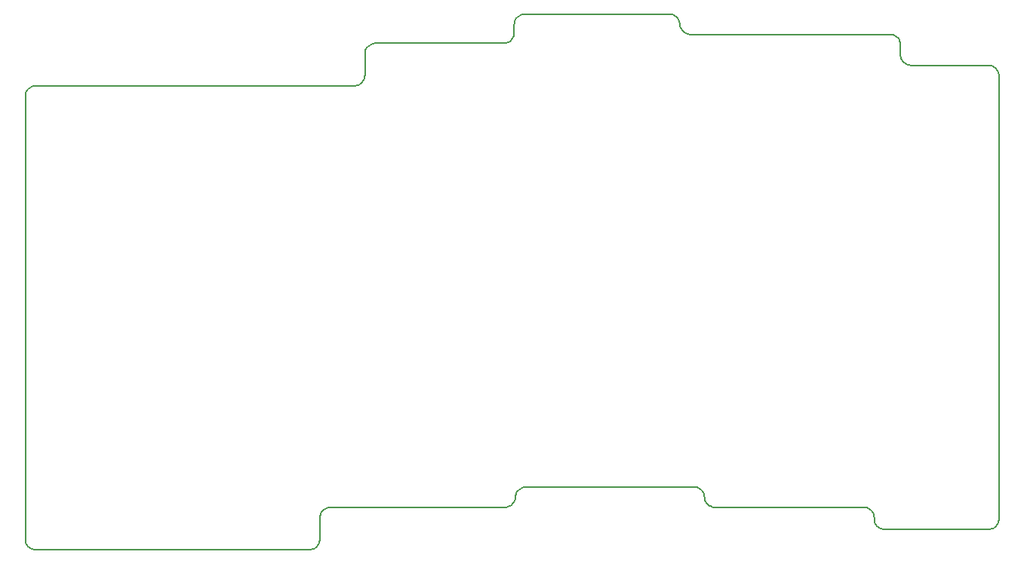
<source format=gbr>
G04 #@! TF.GenerationSoftware,KiCad,Pcbnew,(5.1.0)-1*
G04 #@! TF.CreationDate,2020-01-19T23:14:33+11:00*
G04 #@! TF.ProjectId,oddball,6f646462-616c-46c2-9e6b-696361645f70,rev?*
G04 #@! TF.SameCoordinates,Original*
G04 #@! TF.FileFunction,Profile,NP*
%FSLAX46Y46*%
G04 Gerber Fmt 4.6, Leading zero omitted, Abs format (unit mm)*
G04 Created by KiCad (PCBNEW (5.1.0)-1) date 2020-01-19 23:14:33*
%MOMM*%
%LPD*%
G04 APERTURE LIST*
%ADD10C,0.200000*%
G04 APERTURE END LIST*
D10*
X128514900Y-110551880D02*
X128503100Y-110670680D01*
X129707500Y-109431900D02*
X129905000Y-109428900D01*
X127541400Y-111694750D02*
X127090000Y-111695000D01*
X127957800Y-111529880D02*
X128079200Y-111441680D01*
X128364700Y-111096600D02*
X128428600Y-110960810D01*
X127826300Y-111602190D02*
X127957800Y-111529880D01*
X127686800Y-111657420D02*
X127826300Y-111602190D01*
X128079200Y-111441680D02*
X128188600Y-111338940D01*
X127541400Y-111694750D02*
X127686800Y-111657420D01*
X128428600Y-110960810D02*
X128474900Y-110818100D01*
X128188600Y-111338940D02*
X128284299Y-111223310D01*
X128474900Y-110818100D02*
X128503100Y-110670680D01*
X128284299Y-111223310D02*
X128364700Y-111096600D01*
X129131800Y-109579700D02*
X129267599Y-109515800D01*
X128571000Y-110257640D02*
X128626200Y-110118100D01*
X128533700Y-110403000D02*
X128571000Y-110257640D01*
X128698500Y-109986600D02*
X128786700Y-109865200D01*
X129410300Y-109469500D02*
X129557700Y-109441300D01*
X129005099Y-109660100D02*
X129131800Y-109579700D01*
X128626200Y-110118100D02*
X128698500Y-109986600D01*
X128786700Y-109865200D02*
X128889500Y-109755800D01*
X128889500Y-109755800D02*
X129005099Y-109660100D01*
X129267599Y-109515800D02*
X129410300Y-109469500D01*
X129557700Y-109441300D02*
X129707500Y-109431900D01*
X128514900Y-110551880D02*
X128533700Y-110403000D01*
X129905000Y-109428900D02*
X148530000Y-109428900D01*
X107770000Y-111712510D02*
X127090000Y-111695000D01*
X148085000Y-58610100D02*
X148260000Y-58610100D01*
X145445000Y-56328900D02*
X145845000Y-56328900D01*
X129505000Y-56328900D02*
X129905000Y-56328900D01*
X127090000Y-59612500D02*
X127190000Y-59612500D01*
X146955500Y-57371700D02*
X147002500Y-57714700D01*
X146955500Y-57371700D02*
X146927400Y-57224300D01*
X147288900Y-58235500D02*
X147193200Y-58119900D01*
X147193200Y-58119900D02*
X147112800Y-57993200D01*
X147112800Y-57993200D02*
X147048900Y-57857400D01*
X148085000Y-58610100D02*
X147936100Y-58591300D01*
X147936100Y-58591300D02*
X147790699Y-58554000D01*
X147519700Y-58426500D02*
X147398300Y-58338300D01*
X147398300Y-58338300D02*
X147288900Y-58235500D01*
X147790699Y-58554000D02*
X147651199Y-58498800D01*
X147651199Y-58498800D02*
X147519700Y-58426500D01*
X147048900Y-57857400D02*
X147002500Y-57714700D01*
X146531700Y-56600800D02*
X146410300Y-56512600D01*
X146139199Y-56385000D02*
X145993900Y-56347700D01*
X146927400Y-57224300D02*
X146881000Y-57081600D01*
X146278800Y-56440200D02*
X146139199Y-56385000D01*
X145993900Y-56347700D02*
X145845000Y-56328900D01*
X146881000Y-57081600D02*
X146817199Y-56945800D01*
X146410300Y-56512600D02*
X146278800Y-56440200D01*
X146736700Y-56819100D02*
X146641100Y-56703500D01*
X146817199Y-56945800D02*
X146736700Y-56819100D01*
X146641100Y-56703500D02*
X146531700Y-56600800D01*
X73753230Y-115980410D02*
X73848890Y-116096040D01*
X73525010Y-65572000D02*
X73525010Y-115278020D01*
X74496090Y-64398200D02*
X74350740Y-64435499D01*
X74350740Y-64435499D02*
X74211200Y-64490700D01*
X74211200Y-116359280D02*
X74350740Y-116414520D01*
X73848890Y-116096040D02*
X73958280Y-116198780D01*
X74079700Y-64563000D02*
X73958280Y-64651200D01*
X73525010Y-115278020D02*
X73534440Y-115427780D01*
X74211200Y-64490700D02*
X74079700Y-64563000D01*
X74644970Y-64379400D02*
X74496090Y-64398200D01*
X73534440Y-65422200D02*
X73525010Y-65572000D01*
X73672820Y-64996299D02*
X73608930Y-65132100D01*
X73534440Y-115427780D02*
X73562550Y-115575200D01*
X73608930Y-115717910D02*
X73672820Y-115853700D01*
X73672820Y-115853700D02*
X73753230Y-115980410D01*
X73958280Y-64651200D02*
X73848890Y-64753999D01*
X73958280Y-116198780D02*
X74079700Y-116286970D01*
X73608930Y-65132100D02*
X73562550Y-65274800D01*
X74350740Y-116414520D02*
X74496090Y-116451840D01*
X74079700Y-116286970D02*
X74211200Y-116359280D01*
X74496090Y-116451840D02*
X74644970Y-116470640D01*
X73848890Y-64753999D02*
X73753230Y-64869599D01*
X73753230Y-64869599D02*
X73672820Y-64996299D01*
X73562550Y-65274800D02*
X73534440Y-65422200D01*
X73562550Y-115575200D02*
X73608930Y-115717910D01*
X168784400Y-113141780D02*
X168812500Y-113289200D01*
X169003200Y-113694410D02*
X169098900Y-113810040D01*
X169098900Y-113810040D02*
X169208300Y-113912780D01*
X149953199Y-111217910D02*
X150048900Y-111333540D01*
X150550700Y-111652020D02*
X150696100Y-111689350D01*
X168922800Y-113567700D02*
X169003200Y-113694410D01*
X169208300Y-113912780D02*
X169329700Y-114000980D01*
X169461200Y-114073290D02*
X169600700Y-114128520D01*
X168775000Y-112992020D02*
X168784400Y-113141780D01*
X168812500Y-113289200D02*
X168858900Y-113431920D01*
X169600700Y-114128520D02*
X169746100Y-114165850D01*
X169746100Y-114165850D02*
X169894999Y-114184650D01*
X149872799Y-111091200D02*
X149953199Y-111217910D01*
X168858900Y-113431920D02*
X168922800Y-113567700D01*
X169894999Y-114184650D02*
X181655000Y-114184650D01*
X181655000Y-114184650D02*
X181804000Y-114165850D01*
X150411200Y-111596790D02*
X150550700Y-111652020D01*
X169329700Y-114000980D02*
X169461200Y-114073290D01*
X149762500Y-110812700D02*
X149808900Y-110955410D01*
X149734400Y-110665280D02*
X149762500Y-110812700D01*
X149808900Y-110955410D02*
X149872799Y-111091200D01*
X150158300Y-111436280D02*
X150279700Y-111524480D01*
X150279700Y-111524480D02*
X150411200Y-111596790D01*
X150696100Y-111689350D02*
X150845000Y-111708150D01*
X150048900Y-111333540D02*
X150158300Y-111436280D01*
X182775000Y-63286000D02*
X182766000Y-63136200D01*
X182451000Y-113810040D02*
X182547000Y-113694410D01*
X182766000Y-113141780D02*
X182775000Y-112992020D01*
X182691000Y-62846100D02*
X182627000Y-62710300D01*
X182691000Y-113431920D02*
X182737000Y-113289200D01*
X182737000Y-113289200D02*
X182766000Y-113141780D01*
X171641000Y-59367600D02*
X171577000Y-59231800D01*
X182547000Y-113694410D02*
X182627000Y-113567700D01*
X182089000Y-114073290D02*
X182220000Y-114000980D01*
X171577000Y-59231800D02*
X171497000Y-59105100D01*
X171687000Y-59510300D02*
X171641000Y-59367600D01*
X182737000Y-62988800D02*
X182691000Y-62846100D01*
X170899000Y-58671000D02*
X170754000Y-58633700D01*
X181949000Y-114128520D02*
X182089000Y-114073290D01*
X182341999Y-113912780D02*
X182451000Y-113810040D01*
X181949000Y-62149500D02*
X181804000Y-62112200D01*
X182451000Y-62468000D02*
X182341999Y-62365200D01*
X171725000Y-59807500D02*
X171716000Y-59657700D01*
X182220000Y-114000980D02*
X182341999Y-113912780D01*
X182220000Y-62277000D02*
X182089000Y-62204700D01*
X171170000Y-58798600D02*
X171039000Y-58726200D01*
X182341999Y-62365200D02*
X182220000Y-62277000D01*
X181804000Y-114165850D02*
X181949000Y-114128520D01*
X182775000Y-112992020D02*
X182775000Y-63286000D01*
X182089000Y-62204700D02*
X181949000Y-62149500D01*
X181804000Y-62112200D02*
X181655000Y-62093400D01*
X182627000Y-62710300D02*
X182547000Y-62583600D01*
X182627000Y-113567700D02*
X182691000Y-113431920D01*
X171039000Y-58726200D02*
X170899000Y-58671000D01*
X182547000Y-62583600D02*
X182451000Y-62468000D01*
X171292000Y-58886700D02*
X171170000Y-58798600D01*
X171497000Y-59105100D02*
X171401000Y-58989500D01*
X171401000Y-58989500D02*
X171292000Y-58886700D01*
X182766000Y-63136200D02*
X182737000Y-62988800D01*
X171716000Y-59657700D02*
X171687000Y-59510300D01*
X170754000Y-58633700D02*
X170605000Y-58614900D01*
X149038799Y-109540200D02*
X149170300Y-109612500D01*
X171733999Y-61043800D02*
X171725000Y-60894000D01*
X171763000Y-61191200D02*
X171733999Y-61043800D01*
X172280000Y-61903000D02*
X172158000Y-61814800D01*
X149170300Y-109612500D02*
X149291700Y-109700700D01*
X172551000Y-62030500D02*
X172411000Y-61975300D01*
X172411000Y-61975300D02*
X172280000Y-61903000D01*
X171809000Y-61333900D02*
X171763000Y-61191200D01*
X148530000Y-109428900D02*
X148605000Y-109428900D01*
X149291700Y-109700700D02*
X149401100Y-109803500D01*
X172845000Y-62086600D02*
X172696000Y-62067800D01*
X172049000Y-61712000D02*
X171953000Y-61596400D01*
X148899299Y-109485000D02*
X149038799Y-109540200D01*
X149401100Y-109803500D02*
X149496800Y-109919100D01*
X149496800Y-109919100D02*
X149577200Y-110045820D01*
X149577200Y-110045820D02*
X149641100Y-110181610D01*
X149641100Y-110181610D02*
X149687500Y-110324330D01*
X171873000Y-61469700D02*
X171809000Y-61333900D01*
X172920000Y-62089000D02*
X172920000Y-62086600D01*
X148605000Y-109428900D02*
X148753900Y-109447700D01*
X148753900Y-109447700D02*
X148899299Y-109485000D01*
X172920000Y-62086600D02*
X172845000Y-62086600D01*
X172696000Y-62067800D02*
X172551000Y-62030500D01*
X172158000Y-61814800D02*
X172049000Y-61712000D01*
X171953000Y-61596400D02*
X171873000Y-61469700D01*
X168691100Y-112467610D02*
X168737399Y-112610320D01*
X168088800Y-111826230D02*
X168220300Y-111898540D01*
X168737399Y-112610320D02*
X168765500Y-112757740D01*
X168220300Y-111898540D02*
X168341700Y-111986740D01*
X168341700Y-111986740D02*
X168451100Y-112089480D01*
X168765500Y-112757740D02*
X168775000Y-112907500D01*
X167949200Y-111771000D02*
X168088800Y-111826230D01*
X167579999Y-111714870D02*
X167655000Y-111714870D01*
X168546800Y-112205110D02*
X168627200Y-112331820D01*
X168627200Y-112331820D02*
X168691100Y-112467610D01*
X167655000Y-111714870D02*
X167803900Y-111733670D01*
X167579999Y-111712510D02*
X167579999Y-111714870D01*
X167803900Y-111733670D02*
X167949200Y-111771000D01*
X168451100Y-112089480D02*
X168546800Y-112205110D01*
X149687500Y-110324330D02*
X149715600Y-110471740D01*
X167579999Y-111712510D02*
X150845000Y-111708150D01*
X172920000Y-62089000D02*
X181655000Y-62093400D01*
X168775000Y-112907500D02*
X168775000Y-112992020D01*
X171725000Y-59807500D02*
X171725000Y-60894000D01*
X149715600Y-110471740D02*
X149734400Y-110665280D01*
X148260000Y-58610100D02*
X170605000Y-58614900D01*
X106565600Y-115427780D02*
X106575000Y-115278020D01*
X105603900Y-116451840D02*
X105749300Y-116414520D01*
X105888800Y-116359280D02*
X106020299Y-116286970D01*
X105749300Y-116414520D02*
X105888800Y-116359280D01*
X106537399Y-115575200D02*
X106565600Y-115427780D01*
X106346800Y-115980410D02*
X106427200Y-115853700D01*
X106020299Y-116286970D02*
X106141700Y-116198780D01*
X106427200Y-115853700D02*
X106491100Y-115717910D01*
X106141700Y-116198780D02*
X106251100Y-116096040D01*
X106251100Y-116096040D02*
X106346800Y-115980410D01*
X106491100Y-115717910D02*
X106537399Y-115575200D01*
X105455000Y-116470640D02*
X105603900Y-116451840D01*
X106952000Y-112036390D02*
X107067600Y-111940730D01*
X106761000Y-112267200D02*
X106849200Y-112145780D01*
X106849200Y-112145780D02*
X106952000Y-112036390D01*
X106577400Y-112832470D02*
X106596200Y-112683590D01*
X106688700Y-112398700D02*
X106761000Y-112267200D01*
X107067600Y-111940730D02*
X107194300Y-111860320D01*
X107194300Y-111860320D02*
X107330100Y-111796430D01*
X107330100Y-111796430D02*
X107472800Y-111750050D01*
X106596200Y-112683590D02*
X106633500Y-112538240D01*
X107472800Y-111750050D02*
X107620200Y-111721940D01*
X107620200Y-111721940D02*
X107770000Y-111712510D01*
X106577400Y-112907500D02*
X106577400Y-112832470D01*
X106633500Y-112538240D02*
X106688700Y-112398700D01*
X106575000Y-112907500D02*
X106577400Y-112907500D01*
X106575000Y-115278020D02*
X106575000Y-112907500D01*
X145445000Y-56328900D02*
X129905000Y-56328900D01*
X129210700Y-56385000D02*
X129071200Y-56440200D01*
X129505000Y-56328900D02*
X129356100Y-56347700D01*
X129071200Y-56440200D02*
X128939700Y-56512600D01*
X129356100Y-56347700D02*
X129210700Y-56385000D01*
X128939700Y-56512600D02*
X128818300Y-56600800D01*
X128818300Y-56600800D02*
X128708900Y-56703500D01*
X128708900Y-56703500D02*
X128613199Y-56819100D01*
X128613199Y-56819100D02*
X128532799Y-56945800D01*
X128532799Y-56945800D02*
X128468900Y-57081600D01*
X111772799Y-60233800D02*
X111708900Y-60369600D01*
X111948900Y-59991500D02*
X111853200Y-60107100D01*
X111708900Y-60369600D02*
X111662500Y-60512300D01*
X111634400Y-60659700D02*
X111625000Y-60809500D01*
X74644970Y-116470640D02*
X105455000Y-116470640D01*
X112311200Y-59728200D02*
X112179700Y-59800500D01*
X111853200Y-60107100D02*
X111772799Y-60233800D01*
X112450700Y-59673000D02*
X112311200Y-59728200D01*
X112179700Y-59800500D02*
X112058300Y-59888700D01*
X112745000Y-59616900D02*
X112596100Y-59635700D01*
X111662500Y-60512300D02*
X111634400Y-60659700D01*
X112058300Y-59888700D02*
X111948900Y-59991500D01*
X128422499Y-57224300D02*
X128394400Y-57371700D01*
X128468900Y-57081600D02*
X128422499Y-57224300D01*
X128394400Y-57371700D02*
X128385000Y-57521500D01*
X112596100Y-59635700D02*
X112450700Y-59673000D01*
X128008000Y-59288600D02*
X127892399Y-59384300D01*
X128271300Y-58926300D02*
X128198999Y-59057800D01*
X111622600Y-63180000D02*
X111622600Y-63255000D01*
X111603800Y-63403900D02*
X111566499Y-63549300D01*
X111350799Y-63941700D02*
X111247999Y-64051099D01*
X128110800Y-59179200D02*
X128008000Y-59288600D01*
X110579800Y-64365600D02*
X110430000Y-64375000D01*
X127892399Y-59384300D02*
X127765700Y-59464700D01*
X128382600Y-58492500D02*
X128363800Y-58641400D01*
X127487200Y-59575000D02*
X127339800Y-59603100D01*
X128382600Y-58417500D02*
X128382600Y-58492500D01*
X128198999Y-59057800D02*
X128110800Y-59179200D01*
X128363800Y-58641400D02*
X128326499Y-58786800D01*
X111511300Y-63688800D02*
X111438899Y-63820300D01*
X127765700Y-59464700D02*
X127629900Y-59528600D01*
X127339800Y-59603100D02*
X127190000Y-59612500D01*
X111005699Y-64227200D02*
X110869900Y-64291100D01*
X111132399Y-64146800D02*
X111005699Y-64227200D01*
X128326499Y-58786800D02*
X128271300Y-58926300D01*
X127629900Y-59528600D02*
X127487200Y-59575000D01*
X111438899Y-63820300D02*
X111350799Y-63941700D01*
X111625000Y-63180000D02*
X111622600Y-63180000D01*
X128385000Y-58417500D02*
X128382600Y-58417500D01*
X111566499Y-63549300D02*
X111511300Y-63688800D01*
X111247999Y-64051099D02*
X111132399Y-64146800D01*
X110869900Y-64291100D02*
X110727200Y-64337500D01*
X110727200Y-64337500D02*
X110579800Y-64365600D01*
X111622600Y-63255000D02*
X111603800Y-63403900D01*
X128382600Y-58417500D02*
X128385000Y-57521500D01*
X112745000Y-59616900D02*
X127090000Y-59612500D01*
X74644970Y-64379400D02*
X110430000Y-64375000D01*
X111625000Y-63180000D02*
X111625000Y-60809500D01*
M02*

</source>
